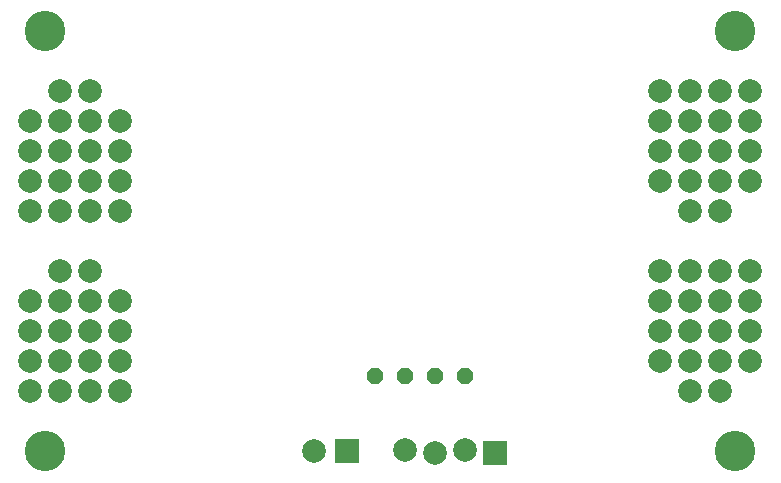
<source format=gbr>
G04 EAGLE Gerber RS-274X export*
G75*
%MOMM*%
%FSLAX34Y34*%
%LPD*%
%INSoldermask Bottom*%
%IPPOS*%
%AMOC8*
5,1,8,0,0,1.08239X$1,22.5*%
G01*
G04 Define Apertures*
%ADD10C,2.006600*%
%ADD11R,2.006600X2.006600*%
%ADD12P,1.45711X8X22.5*%
%ADD13P,1.45711X8X202.5*%
%ADD14C,3.429000*%
D10*
X571500Y127000D03*
X596900Y127000D03*
X622300Y127000D03*
X647700Y127000D03*
D11*
X306070Y50800D03*
D10*
X278130Y50800D03*
X571500Y152400D03*
X596900Y152400D03*
X622300Y152400D03*
X647700Y152400D03*
X571500Y177800D03*
X596900Y177800D03*
X622300Y177800D03*
X647700Y177800D03*
X571500Y203200D03*
X596900Y203200D03*
X622300Y203200D03*
X647700Y203200D03*
X571500Y279400D03*
X596900Y279400D03*
X622300Y279400D03*
X647700Y279400D03*
X571500Y304800D03*
X596900Y304800D03*
X622300Y304800D03*
X647700Y304800D03*
X571500Y330200D03*
X596900Y330200D03*
X622300Y330200D03*
X647700Y330200D03*
X571500Y355600D03*
X596900Y355600D03*
X622300Y355600D03*
X647700Y355600D03*
D11*
X431800Y49530D03*
D10*
X406400Y52070D03*
X381000Y49530D03*
X355600Y52070D03*
D12*
X381000Y114300D03*
X406400Y114300D03*
D13*
X355600Y114300D03*
X330200Y114300D03*
D10*
X114300Y330200D03*
X88900Y330200D03*
X63500Y330200D03*
X38100Y330200D03*
X114300Y304800D03*
X88900Y304800D03*
X63500Y304800D03*
X38100Y304800D03*
X114300Y279400D03*
X88900Y279400D03*
X63500Y279400D03*
X38100Y279400D03*
X114300Y254000D03*
X88900Y254000D03*
X63500Y254000D03*
X38100Y254000D03*
X114300Y177800D03*
X88900Y177800D03*
X63500Y177800D03*
X38100Y177800D03*
X114300Y152400D03*
X88900Y152400D03*
X63500Y152400D03*
X38100Y152400D03*
X114300Y127000D03*
X88900Y127000D03*
X63500Y127000D03*
X38100Y127000D03*
X114300Y101600D03*
X88900Y101600D03*
X63500Y101600D03*
X38100Y101600D03*
D14*
X50800Y50800D03*
X635000Y50800D03*
X635000Y406400D03*
X50800Y406400D03*
D10*
X63500Y355600D03*
X88900Y355600D03*
X63500Y203200D03*
X88900Y203200D03*
X622300Y101600D03*
X596900Y101600D03*
X622300Y254000D03*
X596900Y254000D03*
M02*

</source>
